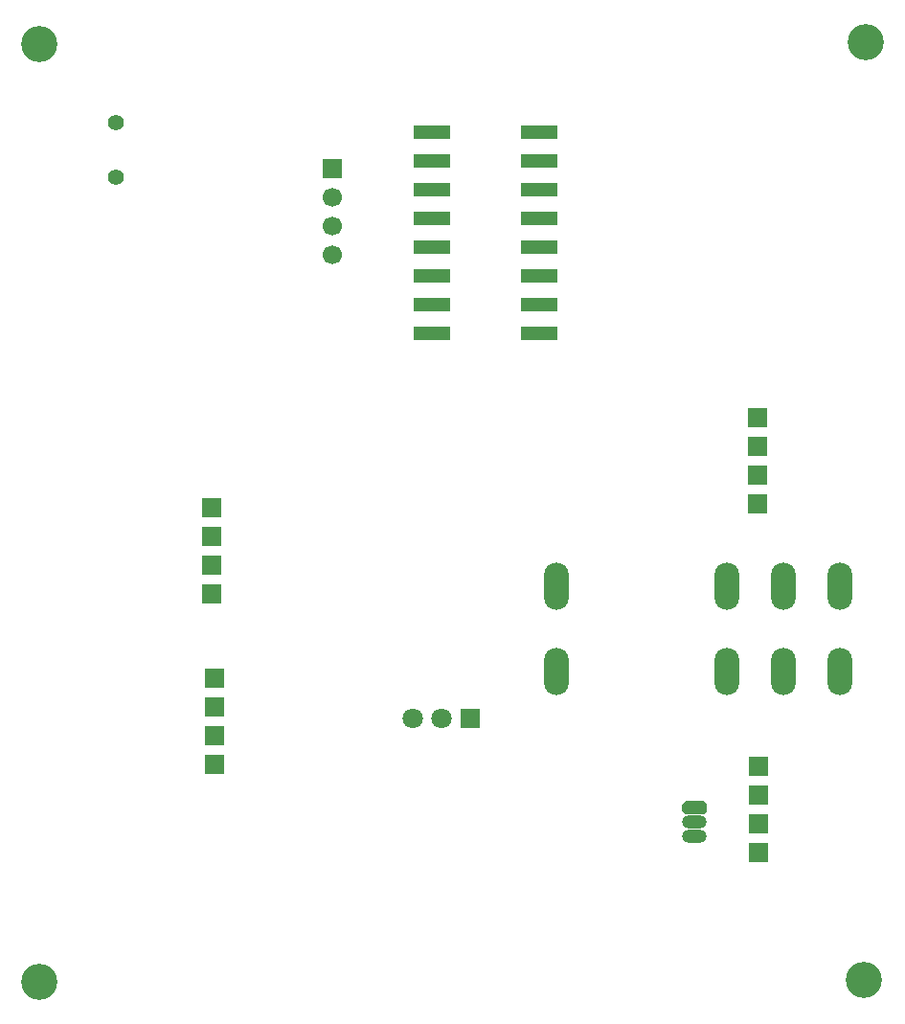
<source format=gbr>
G04 DipTrace 2.4.0.2*
%INBottomMask.gbr*%
%MOMM*%
%ADD48C,3.2*%
%ADD57C,1.419*%
%ADD59C,1.8*%
%ADD61R,1.8X1.8*%
%ADD85O,2.2X1.2*%
%ADD89O,2.181X4.181*%
%ADD91R,3.2X1.2*%
%ADD97C,1.7*%
%ADD99R,1.7X1.7*%
%FSLAX53Y53*%
G04*
G71*
G90*
G75*
G01*
%LNBotMask*%
%LPD*%
D99*
X41113Y87264D3*
D97*
Y84724D3*
Y82184D3*
Y79644D3*
D99*
X78830Y26818D3*
Y29358D3*
Y31898D3*
Y34438D3*
X30406Y57301D3*
Y54761D3*
Y52221D3*
Y49681D3*
X30724Y42218D3*
Y39678D3*
Y37138D3*
Y34598D3*
X78672Y57619D3*
Y60159D3*
Y62699D3*
Y65239D3*
D91*
X59409Y72697D3*
Y75237D3*
Y77777D3*
Y80317D3*
Y82857D3*
Y85397D3*
Y87937D3*
Y90477D3*
X49884D3*
Y87937D3*
Y85397D3*
Y82857D3*
Y80317D3*
Y77777D3*
Y75237D3*
Y72697D3*
D89*
X60964Y50327D3*
Y42834D3*
X75976Y50327D3*
X80954D3*
X85958D3*
X75976Y42834D3*
X80954D3*
X85958D3*
G36*
X72352Y31355D2*
X72043Y31047D1*
Y30464D1*
X72352Y30155D1*
X73935D1*
X74243Y30464D1*
Y31047D1*
X73935Y31355D1*
X72352D1*
X72043Y31047D1*
Y30464D1*
X72352Y30155D1*
X73935D1*
X74243Y30464D1*
Y31047D1*
X73935Y31355D1*
X72352D1*
X72043Y31047D1*
Y30464D1*
X72352Y30155D1*
X73935D1*
X74243Y30464D1*
Y31047D1*
X73935Y31355D1*
X72352D1*
G37*
D85*
X73143Y29485D3*
Y28215D3*
D61*
X53264Y38620D3*
D59*
X50724D3*
X48184D3*
D57*
X21992Y86514D3*
Y91340D3*
D48*
X88272Y98433D3*
X15239Y98274D3*
Y15398D3*
X88113Y15557D3*
M02*

</source>
